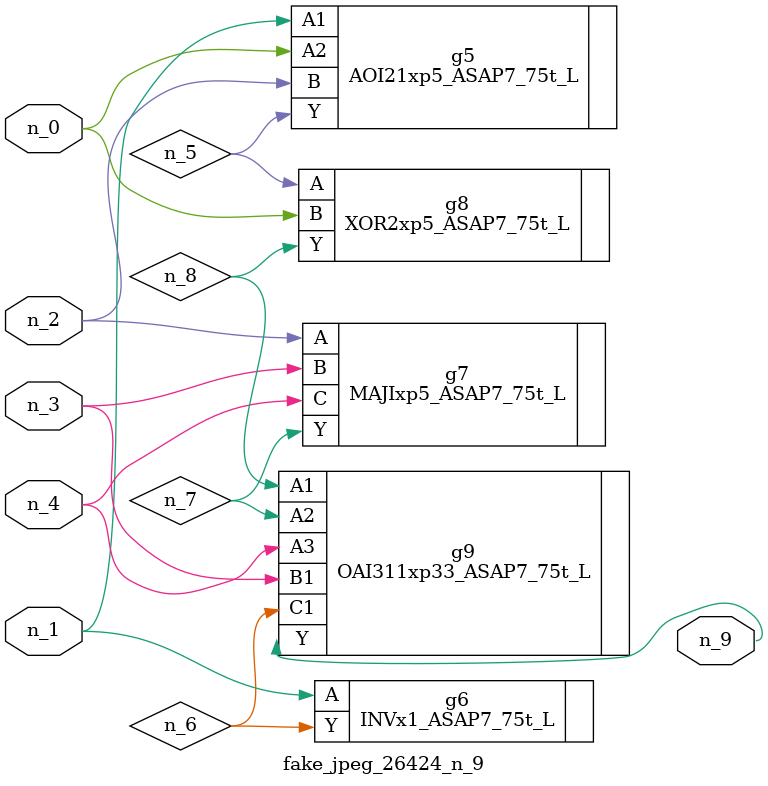
<source format=v>
module fake_jpeg_26424_n_9 (n_3, n_2, n_1, n_0, n_4, n_9);

input n_3;
input n_2;
input n_1;
input n_0;
input n_4;

output n_9;

wire n_8;
wire n_6;
wire n_5;
wire n_7;

AOI21xp5_ASAP7_75t_L g5 ( 
.A1(n_1),
.A2(n_0),
.B(n_2),
.Y(n_5)
);

INVx1_ASAP7_75t_L g6 ( 
.A(n_1),
.Y(n_6)
);

MAJIxp5_ASAP7_75t_L g7 ( 
.A(n_2),
.B(n_3),
.C(n_4),
.Y(n_7)
);

XOR2xp5_ASAP7_75t_L g8 ( 
.A(n_5),
.B(n_0),
.Y(n_8)
);

OAI311xp33_ASAP7_75t_L g9 ( 
.A1(n_8),
.A2(n_7),
.A3(n_4),
.B1(n_3),
.C1(n_6),
.Y(n_9)
);


endmodule
</source>
